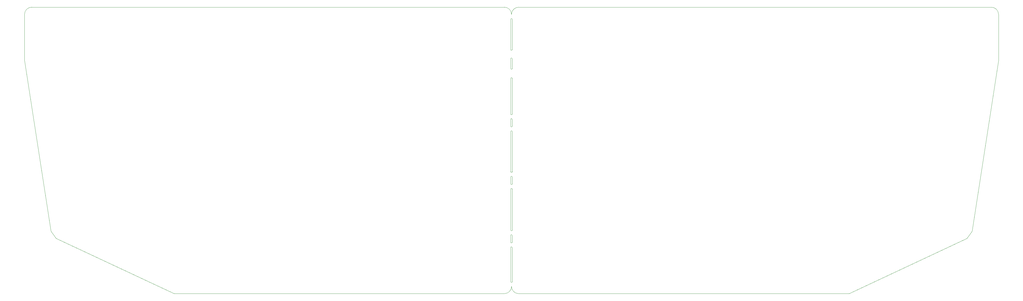
<source format=gbr>
G04 #@! TF.GenerationSoftware,KiCad,Pcbnew,(5.1.5-0-10_14)*
G04 #@! TF.CreationDate,2020-05-07T23:45:50-07:00*
G04 #@! TF.ProjectId,basis_combined_PROTON,62617369-735f-4636-9f6d-62696e65645f,rev?*
G04 #@! TF.SameCoordinates,Original*
G04 #@! TF.FileFunction,Profile,NP*
%FSLAX46Y46*%
G04 Gerber Fmt 4.6, Leading zero omitted, Abs format (unit mm)*
G04 Created by KiCad (PCBNEW (5.1.5-0-10_14)) date 2020-05-07 23:45:50*
%MOMM*%
%LPD*%
G04 APERTURE LIST*
%ADD10C,0.100000*%
G04 APERTURE END LIST*
D10*
X36250000Y-173500000D02*
G75*
G02X36750000Y-173500000I250000J0D01*
G01*
X36750000Y-167750000D02*
G75*
G02X36250000Y-167750000I-250000J0D01*
G01*
X36250000Y-154500000D02*
G75*
G02X36750000Y-154500000I250000J0D01*
G01*
X36750000Y-148750000D02*
G75*
G02X36250000Y-148750000I-250000J0D01*
G01*
X36250000Y-137000000D02*
G75*
G02X36750000Y-137000000I250000J0D01*
G01*
X36750000Y-127500000D02*
G75*
G02X36250000Y-127500000I-250000J0D01*
G01*
X36750000Y-133750000D02*
G75*
G02X36250000Y-133750000I-250000J0D01*
G01*
X36250000Y-130500000D02*
G75*
G02X36750000Y-130500000I250000J0D01*
G01*
X36250000Y-133750000D02*
X36250000Y-130500000D01*
X36750000Y-130500000D02*
X36750000Y-133750000D01*
X36250000Y-117500000D02*
G75*
G02X36750000Y-117500000I250000J0D01*
G01*
X36750000Y-152750000D02*
G75*
G02X36250000Y-152750000I-250000J0D01*
G01*
X36250000Y-150500000D02*
G75*
G02X36750000Y-150500000I250000J0D01*
G01*
X36250000Y-152750000D02*
X36250000Y-150500000D01*
X36750000Y-150500000D02*
X36750000Y-152750000D01*
X36750000Y-171750000D02*
G75*
G02X36250000Y-171750000I-250000J0D01*
G01*
X36250000Y-169500000D02*
G75*
G02X36750000Y-169500000I250000J0D01*
G01*
X36250000Y-171750000D02*
X36250000Y-169500000D01*
X36750000Y-169500000D02*
X36750000Y-171750000D01*
X36750000Y-187000000D02*
G75*
G02X36250000Y-187000000I-250000J0D01*
G01*
X36250000Y-188750000D02*
G75*
G02X36750000Y-188750000I250000J0D01*
G01*
X36750000Y-191000000D02*
G75*
G02X36250000Y-191000000I-250000J0D01*
G01*
X36250000Y-192750000D02*
G75*
G02X36750000Y-192750000I250000J0D01*
G01*
X36750000Y-204000000D02*
G75*
G02X36250000Y-204000000I-250000J0D01*
G01*
X36250000Y-191000000D02*
X36250000Y-188750000D01*
X36750000Y-188750000D02*
X36750000Y-191000000D01*
X36750000Y-192750000D02*
X36750000Y-204000000D01*
X36250000Y-204000000D02*
X36250000Y-192750000D01*
X36250000Y-187000000D02*
X36250000Y-173500000D01*
X36750000Y-173500000D02*
X36750000Y-187000000D01*
X36750000Y-167750000D02*
X36750000Y-154500000D01*
X36250000Y-154500000D02*
X36250000Y-167750000D01*
X36250000Y-148750000D02*
X36250000Y-137000000D01*
X36750000Y-137000000D02*
X36750000Y-148750000D01*
X36750000Y-127500000D02*
X36750000Y-117500000D01*
X36250000Y-117500000D02*
X36250000Y-127500000D01*
X22225000Y-113506250D02*
X12700000Y-113506250D01*
X50800000Y-113506250D02*
X60325000Y-113506250D01*
X12700000Y-113506250D02*
X-118268750Y-113506250D01*
X22225000Y-113506250D02*
X33337500Y-113506250D01*
X60325000Y-113506250D02*
X191293750Y-113506250D01*
X50800000Y-113506250D02*
X39687500Y-113506250D01*
X191293750Y-113506250D02*
X194468750Y-113506250D01*
X196850000Y-115887500D02*
G75*
G03X194468750Y-113506250I-2381250J0D01*
G01*
X38893750Y-113506250D02*
G75*
G03X36512500Y-115887500I0J-2381250D01*
G01*
X39687500Y-113506250D02*
X38893750Y-113506250D01*
X36512500Y-205581250D02*
G75*
G03X38893750Y-207962500I2381250J0D01*
G01*
X196850000Y-115887500D02*
X196850000Y-130968750D01*
X196850000Y-130968750D02*
X188118750Y-187325000D01*
X38893750Y-207962500D02*
X147637500Y-207962500D01*
X147637500Y-207962500D02*
X186467464Y-189706250D01*
X188118750Y-187325000D02*
X186467464Y-189706250D01*
X-115093750Y-187325000D02*
X-113442464Y-189706250D01*
X-74612500Y-207962500D02*
X-113442464Y-189706250D01*
X34131250Y-207962500D02*
X-74612500Y-207962500D01*
X-123825000Y-130968750D02*
X-115093750Y-187325000D01*
X-123825000Y-115887500D02*
X-123825000Y-130968750D01*
X36512500Y-205581250D02*
G75*
G02X34131250Y-207962500I-2381250J0D01*
G01*
X33337500Y-113506250D02*
X34131250Y-113506250D01*
X34131250Y-113506250D02*
G75*
G02X36512500Y-115887500I0J-2381250D01*
G01*
X-123825000Y-115887500D02*
G75*
G02X-121443750Y-113506250I2381250J0D01*
G01*
X-118268750Y-113506250D02*
X-121443750Y-113506250D01*
M02*

</source>
